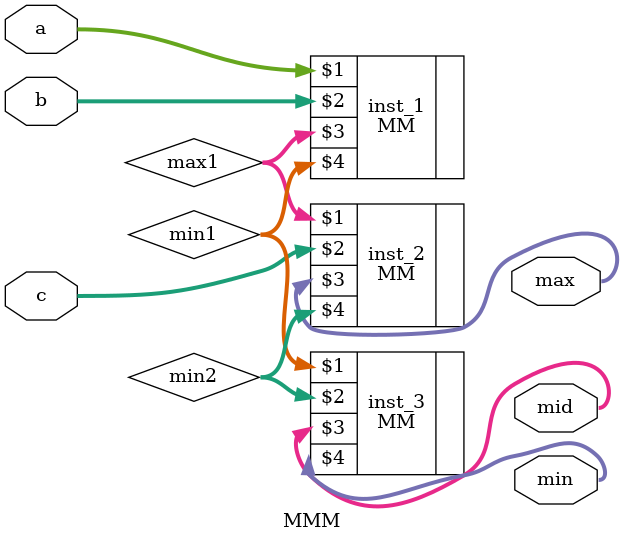
<source format=v>
module MMM (
     input [7:0] a, b, c,
	 output [7:0] max, mid, min
	 );
	 wire [7:0] max1, min1, min2;
	 
	 MM inst_1 (a, b, max1, min1);
	 MM inst_2 (max1, c, max, min2);
	 MM inst_3 (min1, min2, mid, min);
	 
	endmodule
</source>
